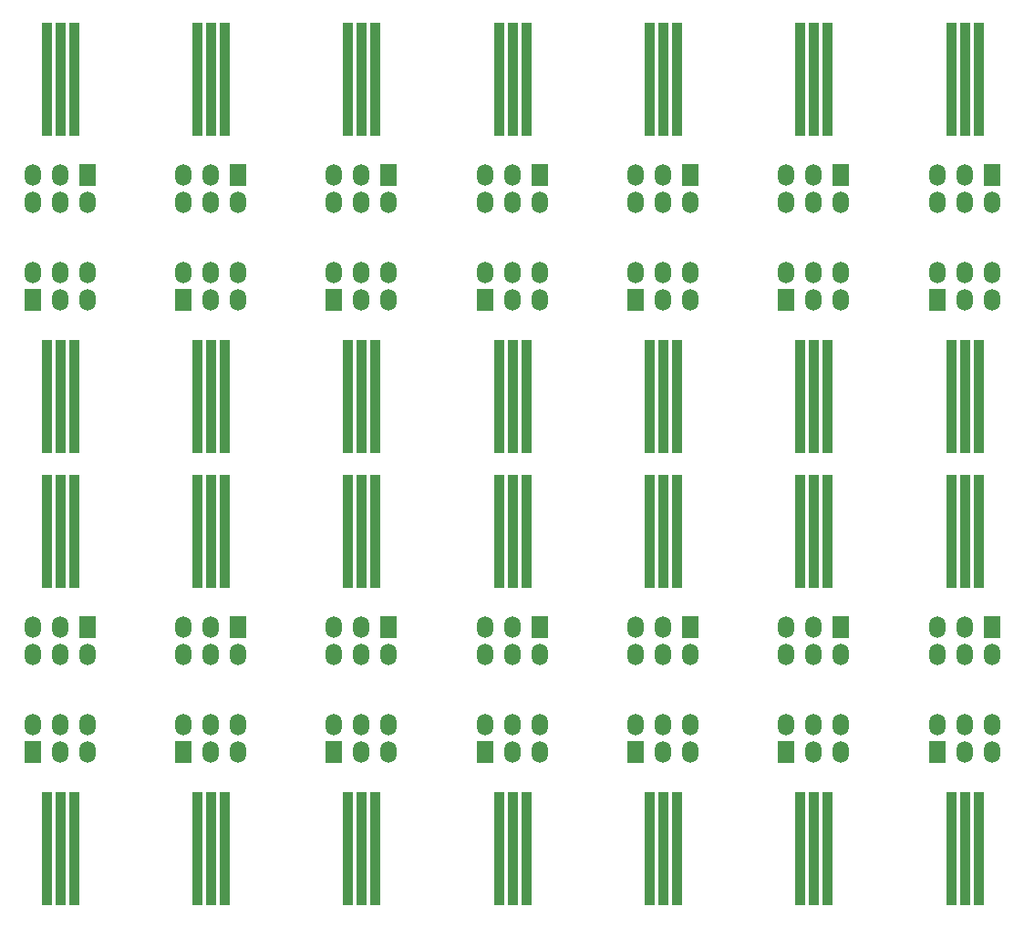
<source format=gbs>
G04 #@! TF.FileFunction,Soldermask,Bot*
%FSLAX46Y46*%
G04 Gerber Fmt 4.6, Leading zero omitted, Abs format (unit mm)*
G04 Created by KiCad (PCBNEW (2016-04-11 BZR 6687, Git f239aee)-product) date Tue 12 Apr 2016 02:23:05 PM CEST*
%MOMM*%
G01*
G04 APERTURE LIST*
%ADD10C,0.150000*%
%ADD11R,1.500000X2.000000*%
%ADD12O,1.500000X2.000000*%
%ADD13R,0.950000X1.000000*%
%ADD14C,0.100000*%
G04 APERTURE END LIST*
D10*
D11*
X54960001Y100230002D03*
D12*
X54960001Y102770002D03*
X57500001Y100230002D03*
X57500001Y102770002D03*
X60040001Y100230002D03*
X60040001Y102770002D03*
D13*
X56230001Y95995800D03*
X57500001Y95995800D03*
X58770001Y95995800D03*
X56230001Y53995800D03*
X57500001Y53995800D03*
X58770001Y53995800D03*
D11*
X54960001Y58230002D03*
D12*
X54960001Y60770002D03*
X57500001Y58230002D03*
X57500001Y60770002D03*
X60040001Y58230002D03*
X60040001Y60770002D03*
D11*
X60040000Y111770000D03*
D12*
X60040000Y109230000D03*
X57500000Y111770000D03*
X57500000Y109230000D03*
X54960000Y111770000D03*
X54960000Y109230000D03*
D13*
X58770000Y116004200D03*
X57500000Y116004200D03*
X56230000Y116004200D03*
X58770000Y74004200D03*
X57500000Y74004200D03*
X56230000Y74004200D03*
D11*
X60040000Y69770000D03*
D12*
X60040000Y67230000D03*
X57500000Y69770000D03*
X57500000Y67230000D03*
X54960000Y69770000D03*
X54960000Y67230000D03*
D11*
X82960001Y58230002D03*
D12*
X82960001Y60770002D03*
X85500001Y58230002D03*
X85500001Y60770002D03*
X88040001Y58230002D03*
X88040001Y60770002D03*
D11*
X68960001Y58230002D03*
D12*
X68960001Y60770002D03*
X71500001Y58230002D03*
X71500001Y60770002D03*
X74040001Y58230002D03*
X74040001Y60770002D03*
D13*
X84230001Y53995800D03*
X85500001Y53995800D03*
X86770001Y53995800D03*
X70230001Y53995800D03*
X71500001Y53995800D03*
X72770001Y53995800D03*
D11*
X68960001Y100230002D03*
D12*
X68960001Y102770002D03*
X71500001Y100230002D03*
X71500001Y102770002D03*
X74040001Y100230002D03*
X74040001Y102770002D03*
D11*
X74040000Y111770000D03*
D12*
X74040000Y109230000D03*
X71500000Y111770000D03*
X71500000Y109230000D03*
X68960000Y111770000D03*
X68960000Y109230000D03*
D13*
X86770000Y116004200D03*
X85500000Y116004200D03*
X84230000Y116004200D03*
D11*
X88040000Y111770000D03*
D12*
X88040000Y109230000D03*
X85500000Y111770000D03*
X85500000Y109230000D03*
X82960000Y111770000D03*
X82960000Y109230000D03*
D13*
X72770000Y116004200D03*
X71500000Y116004200D03*
X70230000Y116004200D03*
D11*
X88040000Y69770000D03*
D12*
X88040000Y67230000D03*
X85500000Y69770000D03*
X85500000Y67230000D03*
X82960000Y69770000D03*
X82960000Y67230000D03*
D13*
X72770000Y74004200D03*
X71500000Y74004200D03*
X70230000Y74004200D03*
X86770000Y74004200D03*
X85500000Y74004200D03*
X84230000Y74004200D03*
D11*
X74040000Y69770000D03*
D12*
X74040000Y67230000D03*
X71500000Y69770000D03*
X71500000Y67230000D03*
X68960000Y69770000D03*
X68960000Y67230000D03*
D11*
X82960001Y100230002D03*
D12*
X82960001Y102770002D03*
X85500001Y100230002D03*
X85500001Y102770002D03*
X88040001Y100230002D03*
X88040001Y102770002D03*
D13*
X84230001Y95995800D03*
X85500001Y95995800D03*
X86770001Y95995800D03*
X70230001Y95995800D03*
X71500001Y95995800D03*
X72770001Y95995800D03*
D11*
X116040000Y69770000D03*
D12*
X116040000Y67230000D03*
X113500000Y69770000D03*
X113500000Y67230000D03*
X110960000Y69770000D03*
X110960000Y67230000D03*
D13*
X114770000Y74004200D03*
X113500000Y74004200D03*
X112230000Y74004200D03*
D11*
X102040000Y69770000D03*
D12*
X102040000Y67230000D03*
X99500000Y69770000D03*
X99500000Y67230000D03*
X96960000Y69770000D03*
X96960000Y67230000D03*
D11*
X110960001Y58230002D03*
D12*
X110960001Y60770002D03*
X113500001Y58230002D03*
X113500001Y60770002D03*
X116040001Y58230002D03*
X116040001Y60770002D03*
D11*
X96960001Y58230002D03*
D12*
X96960001Y60770002D03*
X99500001Y58230002D03*
X99500001Y60770002D03*
X102040001Y58230002D03*
X102040001Y60770002D03*
D13*
X112230001Y53995800D03*
X113500001Y53995800D03*
X114770001Y53995800D03*
X98230001Y53995800D03*
X99500001Y53995800D03*
X100770001Y53995800D03*
X100770000Y74004200D03*
X99500000Y74004200D03*
X98230000Y74004200D03*
X114770000Y116004200D03*
X113500000Y116004200D03*
X112230000Y116004200D03*
D11*
X116040000Y111770000D03*
D12*
X116040000Y109230000D03*
X113500000Y111770000D03*
X113500000Y109230000D03*
X110960000Y111770000D03*
X110960000Y109230000D03*
D11*
X102040000Y111770000D03*
D12*
X102040000Y109230000D03*
X99500000Y111770000D03*
X99500000Y109230000D03*
X96960000Y111770000D03*
X96960000Y109230000D03*
D13*
X100770000Y116004200D03*
X99500000Y116004200D03*
X98230000Y116004200D03*
D11*
X110960001Y100230002D03*
D12*
X110960001Y102770002D03*
X113500001Y100230002D03*
X113500001Y102770002D03*
X116040001Y100230002D03*
X116040001Y102770002D03*
D13*
X112230001Y95995800D03*
X113500001Y95995800D03*
X114770001Y95995800D03*
D11*
X96960001Y100230002D03*
D12*
X96960001Y102770002D03*
X99500001Y100230002D03*
X99500001Y102770002D03*
X102040001Y100230002D03*
X102040001Y102770002D03*
D13*
X98230001Y95995800D03*
X99500001Y95995800D03*
X100770001Y95995800D03*
D11*
X40960001Y58230002D03*
D12*
X40960001Y60770002D03*
X43500001Y58230002D03*
X43500001Y60770002D03*
X46040001Y58230002D03*
X46040001Y60770002D03*
D13*
X42230001Y53995800D03*
X43500001Y53995800D03*
X44770001Y53995800D03*
D11*
X46040000Y69770000D03*
D12*
X46040000Y67230000D03*
X43500000Y69770000D03*
X43500000Y67230000D03*
X40960000Y69770000D03*
X40960000Y67230000D03*
D13*
X42230001Y95995800D03*
X43500001Y95995800D03*
X44770001Y95995800D03*
X44770000Y74004200D03*
X43500000Y74004200D03*
X42230000Y74004200D03*
D11*
X40960001Y100230002D03*
D12*
X40960001Y102770002D03*
X43500001Y100230002D03*
X43500001Y102770002D03*
X46040001Y100230002D03*
X46040001Y102770002D03*
D11*
X46040000Y111770000D03*
D12*
X46040000Y109230000D03*
X43500000Y111770000D03*
X43500000Y109230000D03*
X40960000Y111770000D03*
X40960000Y109230000D03*
D13*
X44770000Y116004200D03*
X43500000Y116004200D03*
X42230000Y116004200D03*
D11*
X32040000Y69770000D03*
D12*
X32040000Y67230000D03*
X29500000Y69770000D03*
X29500000Y67230000D03*
X26960000Y69770000D03*
X26960000Y67230000D03*
D13*
X30770000Y74004200D03*
X29500000Y74004200D03*
X28230000Y74004200D03*
D11*
X26960001Y58230002D03*
D12*
X26960001Y60770002D03*
X29500001Y58230002D03*
X29500001Y60770002D03*
X32040001Y58230002D03*
X32040001Y60770002D03*
D13*
X28230001Y53995800D03*
X29500001Y53995800D03*
X30770001Y53995800D03*
X30770000Y116004200D03*
X29500000Y116004200D03*
X28230000Y116004200D03*
D11*
X32040000Y111770000D03*
D12*
X32040000Y109230000D03*
X29500000Y111770000D03*
X29500000Y109230000D03*
X26960000Y111770000D03*
X26960000Y109230000D03*
D11*
X26960001Y100230002D03*
D12*
X26960001Y102770002D03*
X29500001Y100230002D03*
X29500001Y102770002D03*
X32040001Y100230002D03*
X32040001Y102770002D03*
D13*
X28230001Y95995800D03*
X29500001Y95995800D03*
X30770001Y95995800D03*
D14*
G36*
X31200000Y86050000D02*
X30340000Y86050000D01*
X30339998Y96449999D01*
X31200001Y96450000D01*
X31200000Y86050000D01*
X31200000Y86050000D01*
G37*
X31200000Y86050000D02*
X30340000Y86050000D01*
X30339998Y96449999D01*
X31200001Y96450000D01*
X31200000Y86050000D01*
G36*
X28660001Y86049999D02*
X27799999Y86049999D01*
X27800001Y96449999D01*
X28659998Y96450001D01*
X28660001Y86049999D01*
X28660001Y86049999D01*
G37*
X28660001Y86049999D02*
X27799999Y86049999D01*
X27800001Y96449999D01*
X28659998Y96450001D01*
X28660001Y86049999D01*
G36*
X29930000Y96449998D02*
X29930001Y86050001D01*
X29069996Y86050001D01*
X29070001Y96450000D01*
X29930000Y96449998D01*
X29930000Y96449998D01*
G37*
X29930000Y96449998D02*
X29930001Y86050001D01*
X29069996Y86050001D01*
X29070001Y96450000D01*
X29930000Y96449998D01*
G36*
X28660000Y115550000D02*
X27800000Y115550000D01*
X27800000Y125950000D01*
X28660000Y125950000D01*
X28660000Y115550000D01*
X28660000Y115550000D01*
G37*
X28660000Y115550000D02*
X27800000Y115550000D01*
X27800000Y125950000D01*
X28660000Y125950000D01*
X28660000Y115550000D01*
G36*
X31200000Y115550000D02*
X30340000Y115550000D01*
X30340000Y125950000D01*
X31200000Y125950000D01*
X31200000Y115550000D01*
X31200000Y115550000D01*
G37*
X31200000Y115550000D02*
X30340000Y115550000D01*
X30340000Y125950000D01*
X31200000Y125950000D01*
X31200000Y115550000D01*
G36*
X29930000Y115550000D02*
X29070000Y115550000D01*
X29070000Y125950000D01*
X29930000Y125950000D01*
X29930000Y115550000D01*
X29930000Y115550000D01*
G37*
X29930000Y115550000D02*
X29070000Y115550000D01*
X29070000Y125950000D01*
X29930000Y125950000D01*
X29930000Y115550000D01*
G36*
X28660000Y73550000D02*
X27800000Y73550000D01*
X27800000Y83950000D01*
X28660000Y83950000D01*
X28660000Y73550000D01*
X28660000Y73550000D01*
G37*
X28660000Y73550000D02*
X27800000Y73550000D01*
X27800000Y83950000D01*
X28660000Y83950000D01*
X28660000Y73550000D01*
G36*
X31200000Y73550000D02*
X30340000Y73550000D01*
X30340000Y83950000D01*
X31200000Y83950000D01*
X31200000Y73550000D01*
X31200000Y73550000D01*
G37*
X31200000Y73550000D02*
X30340000Y73550000D01*
X30340000Y83950000D01*
X31200000Y83950000D01*
X31200000Y73550000D01*
G36*
X29930000Y73550000D02*
X29070000Y73550000D01*
X29070000Y83950000D01*
X29930000Y83950000D01*
X29930000Y73550000D01*
X29930000Y73550000D01*
G37*
X29930000Y73550000D02*
X29070000Y73550000D01*
X29070000Y83950000D01*
X29930000Y83950000D01*
X29930000Y73550000D01*
G36*
X31200000Y44050000D02*
X30340000Y44050000D01*
X30339998Y54449999D01*
X31200001Y54450000D01*
X31200000Y44050000D01*
X31200000Y44050000D01*
G37*
X31200000Y44050000D02*
X30340000Y44050000D01*
X30339998Y54449999D01*
X31200001Y54450000D01*
X31200000Y44050000D01*
G36*
X29930000Y54449998D02*
X29930001Y44050001D01*
X29069996Y44050001D01*
X29070001Y54450000D01*
X29930000Y54449998D01*
X29930000Y54449998D01*
G37*
X29930000Y54449998D02*
X29930001Y44050001D01*
X29069996Y44050001D01*
X29070001Y54450000D01*
X29930000Y54449998D01*
G36*
X28660001Y44049999D02*
X27799999Y44049999D01*
X27800001Y54449999D01*
X28659998Y54450001D01*
X28660001Y44049999D01*
X28660001Y44049999D01*
G37*
X28660001Y44049999D02*
X27799999Y44049999D01*
X27800001Y54449999D01*
X28659998Y54450001D01*
X28660001Y44049999D01*
G36*
X43930000Y73550000D02*
X43070000Y73550000D01*
X43070000Y83950000D01*
X43930000Y83950000D01*
X43930000Y73550000D01*
X43930000Y73550000D01*
G37*
X43930000Y73550000D02*
X43070000Y73550000D01*
X43070000Y83950000D01*
X43930000Y83950000D01*
X43930000Y73550000D01*
G36*
X42660000Y73550000D02*
X41800000Y73550000D01*
X41800000Y83950000D01*
X42660000Y83950000D01*
X42660000Y73550000D01*
X42660000Y73550000D01*
G37*
X42660000Y73550000D02*
X41800000Y73550000D01*
X41800000Y83950000D01*
X42660000Y83950000D01*
X42660000Y73550000D01*
G36*
X45200000Y73550000D02*
X44340000Y73550000D01*
X44340000Y83950000D01*
X45200000Y83950000D01*
X45200000Y73550000D01*
X45200000Y73550000D01*
G37*
X45200000Y73550000D02*
X44340000Y73550000D01*
X44340000Y83950000D01*
X45200000Y83950000D01*
X45200000Y73550000D01*
G36*
X45200000Y44050000D02*
X44340000Y44050000D01*
X44339998Y54449999D01*
X45200001Y54450000D01*
X45200000Y44050000D01*
X45200000Y44050000D01*
G37*
X45200000Y44050000D02*
X44340000Y44050000D01*
X44339998Y54449999D01*
X45200001Y54450000D01*
X45200000Y44050000D01*
G36*
X42660001Y44049999D02*
X41799999Y44049999D01*
X41800001Y54449999D01*
X42659998Y54450001D01*
X42660001Y44049999D01*
X42660001Y44049999D01*
G37*
X42660001Y44049999D02*
X41799999Y44049999D01*
X41800001Y54449999D01*
X42659998Y54450001D01*
X42660001Y44049999D01*
G36*
X43930000Y54449998D02*
X43930001Y44050001D01*
X43069996Y44050001D01*
X43070001Y54450000D01*
X43930000Y54449998D01*
X43930000Y54449998D01*
G37*
X43930000Y54449998D02*
X43930001Y44050001D01*
X43069996Y44050001D01*
X43070001Y54450000D01*
X43930000Y54449998D01*
G36*
X42660001Y86049999D02*
X41799999Y86049999D01*
X41800001Y96449999D01*
X42659998Y96450001D01*
X42660001Y86049999D01*
X42660001Y86049999D01*
G37*
X42660001Y86049999D02*
X41799999Y86049999D01*
X41800001Y96449999D01*
X42659998Y96450001D01*
X42660001Y86049999D01*
G36*
X45200000Y86050000D02*
X44340000Y86050000D01*
X44339998Y96449999D01*
X45200001Y96450000D01*
X45200000Y86050000D01*
X45200000Y86050000D01*
G37*
X45200000Y86050000D02*
X44340000Y86050000D01*
X44339998Y96449999D01*
X45200001Y96450000D01*
X45200000Y86050000D01*
G36*
X43930000Y96449998D02*
X43930001Y86050001D01*
X43069996Y86050001D01*
X43070001Y96450000D01*
X43930000Y96449998D01*
X43930000Y96449998D01*
G37*
X43930000Y96449998D02*
X43930001Y86050001D01*
X43069996Y86050001D01*
X43070001Y96450000D01*
X43930000Y96449998D01*
G36*
X43930000Y115550000D02*
X43070000Y115550000D01*
X43070000Y125950000D01*
X43930000Y125950000D01*
X43930000Y115550000D01*
X43930000Y115550000D01*
G37*
X43930000Y115550000D02*
X43070000Y115550000D01*
X43070000Y125950000D01*
X43930000Y125950000D01*
X43930000Y115550000D01*
G36*
X42660000Y115550000D02*
X41800000Y115550000D01*
X41800000Y125950000D01*
X42660000Y125950000D01*
X42660000Y115550000D01*
X42660000Y115550000D01*
G37*
X42660000Y115550000D02*
X41800000Y115550000D01*
X41800000Y125950000D01*
X42660000Y125950000D01*
X42660000Y115550000D01*
G36*
X45200000Y115550000D02*
X44340000Y115550000D01*
X44340000Y125950000D01*
X45200000Y125950000D01*
X45200000Y115550000D01*
X45200000Y115550000D01*
G37*
X45200000Y115550000D02*
X44340000Y115550000D01*
X44340000Y125950000D01*
X45200000Y125950000D01*
X45200000Y115550000D01*
G36*
X99930000Y96449998D02*
X99930001Y86050001D01*
X99069996Y86050001D01*
X99070001Y96450000D01*
X99930000Y96449998D01*
X99930000Y96449998D01*
G37*
X99930000Y96449998D02*
X99930001Y86050001D01*
X99069996Y86050001D01*
X99070001Y96450000D01*
X99930000Y96449998D01*
G36*
X98660001Y86049999D02*
X97799999Y86049999D01*
X97800001Y96449999D01*
X98659998Y96450001D01*
X98660001Y86049999D01*
X98660001Y86049999D01*
G37*
X98660001Y86049999D02*
X97799999Y86049999D01*
X97800001Y96449999D01*
X98659998Y96450001D01*
X98660001Y86049999D01*
G36*
X99930000Y73550000D02*
X99070000Y73550000D01*
X99070000Y83950000D01*
X99930000Y83950000D01*
X99930000Y73550000D01*
X99930000Y73550000D01*
G37*
X99930000Y73550000D02*
X99070000Y73550000D01*
X99070000Y83950000D01*
X99930000Y83950000D01*
X99930000Y73550000D01*
G36*
X98660000Y73550000D02*
X97800000Y73550000D01*
X97800000Y83950000D01*
X98660000Y83950000D01*
X98660000Y73550000D01*
X98660000Y73550000D01*
G37*
X98660000Y73550000D02*
X97800000Y73550000D01*
X97800000Y83950000D01*
X98660000Y83950000D01*
X98660000Y73550000D01*
G36*
X101200000Y73550000D02*
X100340000Y73550000D01*
X100340000Y83950000D01*
X101200000Y83950000D01*
X101200000Y73550000D01*
X101200000Y73550000D01*
G37*
X101200000Y73550000D02*
X100340000Y73550000D01*
X100340000Y83950000D01*
X101200000Y83950000D01*
X101200000Y73550000D01*
G36*
X115200000Y73550000D02*
X114340000Y73550000D01*
X114340000Y83950000D01*
X115200000Y83950000D01*
X115200000Y73550000D01*
X115200000Y73550000D01*
G37*
X115200000Y73550000D02*
X114340000Y73550000D01*
X114340000Y83950000D01*
X115200000Y83950000D01*
X115200000Y73550000D01*
G36*
X113930000Y73550000D02*
X113070000Y73550000D01*
X113070000Y83950000D01*
X113930000Y83950000D01*
X113930000Y73550000D01*
X113930000Y73550000D01*
G37*
X113930000Y73550000D02*
X113070000Y73550000D01*
X113070000Y83950000D01*
X113930000Y83950000D01*
X113930000Y73550000D01*
G36*
X112660000Y73550000D02*
X111800000Y73550000D01*
X111800000Y83950000D01*
X112660000Y83950000D01*
X112660000Y73550000D01*
X112660000Y73550000D01*
G37*
X112660000Y73550000D02*
X111800000Y73550000D01*
X111800000Y83950000D01*
X112660000Y83950000D01*
X112660000Y73550000D01*
G36*
X101200000Y86050000D02*
X100340000Y86050000D01*
X100339998Y96449999D01*
X101200001Y96450000D01*
X101200000Y86050000D01*
X101200000Y86050000D01*
G37*
X101200000Y86050000D02*
X100340000Y86050000D01*
X100339998Y96449999D01*
X101200001Y96450000D01*
X101200000Y86050000D01*
G36*
X112660001Y86049999D02*
X111799999Y86049999D01*
X111800001Y96449999D01*
X112659998Y96450001D01*
X112660001Y86049999D01*
X112660001Y86049999D01*
G37*
X112660001Y86049999D02*
X111799999Y86049999D01*
X111800001Y96449999D01*
X112659998Y96450001D01*
X112660001Y86049999D01*
G36*
X113930000Y96449998D02*
X113930001Y86050001D01*
X113069996Y86050001D01*
X113070001Y96450000D01*
X113930000Y96449998D01*
X113930000Y96449998D01*
G37*
X113930000Y96449998D02*
X113930001Y86050001D01*
X113069996Y86050001D01*
X113070001Y96450000D01*
X113930000Y96449998D01*
G36*
X115200000Y86050000D02*
X114340000Y86050000D01*
X114339998Y96449999D01*
X115200001Y96450000D01*
X115200000Y86050000D01*
X115200000Y86050000D01*
G37*
X115200000Y86050000D02*
X114340000Y86050000D01*
X114339998Y96449999D01*
X115200001Y96450000D01*
X115200000Y86050000D01*
G36*
X99930000Y115550000D02*
X99070000Y115550000D01*
X99070000Y125950000D01*
X99930000Y125950000D01*
X99930000Y115550000D01*
X99930000Y115550000D01*
G37*
X99930000Y115550000D02*
X99070000Y115550000D01*
X99070000Y125950000D01*
X99930000Y125950000D01*
X99930000Y115550000D01*
G36*
X98660000Y115550000D02*
X97800000Y115550000D01*
X97800000Y125950000D01*
X98660000Y125950000D01*
X98660000Y115550000D01*
X98660000Y115550000D01*
G37*
X98660000Y115550000D02*
X97800000Y115550000D01*
X97800000Y125950000D01*
X98660000Y125950000D01*
X98660000Y115550000D01*
G36*
X101200000Y115550000D02*
X100340000Y115550000D01*
X100340000Y125950000D01*
X101200000Y125950000D01*
X101200000Y115550000D01*
X101200000Y115550000D01*
G37*
X101200000Y115550000D02*
X100340000Y115550000D01*
X100340000Y125950000D01*
X101200000Y125950000D01*
X101200000Y115550000D01*
G36*
X113930000Y115550000D02*
X113070000Y115550000D01*
X113070000Y125950000D01*
X113930000Y125950000D01*
X113930000Y115550000D01*
X113930000Y115550000D01*
G37*
X113930000Y115550000D02*
X113070000Y115550000D01*
X113070000Y125950000D01*
X113930000Y125950000D01*
X113930000Y115550000D01*
G36*
X112660000Y115550000D02*
X111800000Y115550000D01*
X111800000Y125950000D01*
X112660000Y125950000D01*
X112660000Y115550000D01*
X112660000Y115550000D01*
G37*
X112660000Y115550000D02*
X111800000Y115550000D01*
X111800000Y125950000D01*
X112660000Y125950000D01*
X112660000Y115550000D01*
G36*
X115200000Y115550000D02*
X114340000Y115550000D01*
X114340000Y125950000D01*
X115200000Y125950000D01*
X115200000Y115550000D01*
X115200000Y115550000D01*
G37*
X115200000Y115550000D02*
X114340000Y115550000D01*
X114340000Y125950000D01*
X115200000Y125950000D01*
X115200000Y115550000D01*
G36*
X101200000Y44050000D02*
X100340000Y44050000D01*
X100339998Y54449999D01*
X101200001Y54450000D01*
X101200000Y44050000D01*
X101200000Y44050000D01*
G37*
X101200000Y44050000D02*
X100340000Y44050000D01*
X100339998Y54449999D01*
X101200001Y54450000D01*
X101200000Y44050000D01*
G36*
X99930000Y54449998D02*
X99930001Y44050001D01*
X99069996Y44050001D01*
X99070001Y54450000D01*
X99930000Y54449998D01*
X99930000Y54449998D01*
G37*
X99930000Y54449998D02*
X99930001Y44050001D01*
X99069996Y44050001D01*
X99070001Y54450000D01*
X99930000Y54449998D01*
G36*
X98660001Y44049999D02*
X97799999Y44049999D01*
X97800001Y54449999D01*
X98659998Y54450001D01*
X98660001Y44049999D01*
X98660001Y44049999D01*
G37*
X98660001Y44049999D02*
X97799999Y44049999D01*
X97800001Y54449999D01*
X98659998Y54450001D01*
X98660001Y44049999D01*
G36*
X113930000Y54449998D02*
X113930001Y44050001D01*
X113069996Y44050001D01*
X113070001Y54450000D01*
X113930000Y54449998D01*
X113930000Y54449998D01*
G37*
X113930000Y54449998D02*
X113930001Y44050001D01*
X113069996Y44050001D01*
X113070001Y54450000D01*
X113930000Y54449998D01*
G36*
X112660001Y44049999D02*
X111799999Y44049999D01*
X111800001Y54449999D01*
X112659998Y54450001D01*
X112660001Y44049999D01*
X112660001Y44049999D01*
G37*
X112660001Y44049999D02*
X111799999Y44049999D01*
X111800001Y54449999D01*
X112659998Y54450001D01*
X112660001Y44049999D01*
G36*
X115200000Y44050000D02*
X114340000Y44050000D01*
X114339998Y54449999D01*
X115200001Y54450000D01*
X115200000Y44050000D01*
X115200000Y44050000D01*
G37*
X115200000Y44050000D02*
X114340000Y44050000D01*
X114339998Y54449999D01*
X115200001Y54450000D01*
X115200000Y44050000D01*
G36*
X85930000Y96449998D02*
X85930001Y86050001D01*
X85069996Y86050001D01*
X85070001Y96450000D01*
X85930000Y96449998D01*
X85930000Y96449998D01*
G37*
X85930000Y96449998D02*
X85930001Y86050001D01*
X85069996Y86050001D01*
X85070001Y96450000D01*
X85930000Y96449998D01*
G36*
X84660001Y86049999D02*
X83799999Y86049999D01*
X83800001Y96449999D01*
X84659998Y96450001D01*
X84660001Y86049999D01*
X84660001Y86049999D01*
G37*
X84660001Y86049999D02*
X83799999Y86049999D01*
X83800001Y96449999D01*
X84659998Y96450001D01*
X84660001Y86049999D01*
G36*
X71930000Y96449998D02*
X71930001Y86050001D01*
X71069996Y86050001D01*
X71070001Y96450000D01*
X71930000Y96449998D01*
X71930000Y96449998D01*
G37*
X71930000Y96449998D02*
X71930001Y86050001D01*
X71069996Y86050001D01*
X71070001Y96450000D01*
X71930000Y96449998D01*
G36*
X70660001Y86049999D02*
X69799999Y86049999D01*
X69800001Y96449999D01*
X70659998Y96450001D01*
X70660001Y86049999D01*
X70660001Y86049999D01*
G37*
X70660001Y86049999D02*
X69799999Y86049999D01*
X69800001Y96449999D01*
X70659998Y96450001D01*
X70660001Y86049999D01*
G36*
X73200000Y86050000D02*
X72340000Y86050000D01*
X72339998Y96449999D01*
X73200001Y96450000D01*
X73200000Y86050000D01*
X73200000Y86050000D01*
G37*
X73200000Y86050000D02*
X72340000Y86050000D01*
X72339998Y96449999D01*
X73200001Y96450000D01*
X73200000Y86050000D01*
G36*
X87200000Y86050000D02*
X86340000Y86050000D01*
X86339998Y96449999D01*
X87200001Y96450000D01*
X87200000Y86050000D01*
X87200000Y86050000D01*
G37*
X87200000Y86050000D02*
X86340000Y86050000D01*
X86339998Y96449999D01*
X87200001Y96450000D01*
X87200000Y86050000D01*
G36*
X70660000Y115550000D02*
X69800000Y115550000D01*
X69800000Y125950000D01*
X70660000Y125950000D01*
X70660000Y115550000D01*
X70660000Y115550000D01*
G37*
X70660000Y115550000D02*
X69800000Y115550000D01*
X69800000Y125950000D01*
X70660000Y125950000D01*
X70660000Y115550000D01*
G36*
X71930000Y115550000D02*
X71070000Y115550000D01*
X71070000Y125950000D01*
X71930000Y125950000D01*
X71930000Y115550000D01*
X71930000Y115550000D01*
G37*
X71930000Y115550000D02*
X71070000Y115550000D01*
X71070000Y125950000D01*
X71930000Y125950000D01*
X71930000Y115550000D01*
G36*
X73200000Y115550000D02*
X72340000Y115550000D01*
X72340000Y125950000D01*
X73200000Y125950000D01*
X73200000Y115550000D01*
X73200000Y115550000D01*
G37*
X73200000Y115550000D02*
X72340000Y115550000D01*
X72340000Y125950000D01*
X73200000Y125950000D01*
X73200000Y115550000D01*
G36*
X84660000Y115550000D02*
X83800000Y115550000D01*
X83800000Y125950000D01*
X84660000Y125950000D01*
X84660000Y115550000D01*
X84660000Y115550000D01*
G37*
X84660000Y115550000D02*
X83800000Y115550000D01*
X83800000Y125950000D01*
X84660000Y125950000D01*
X84660000Y115550000D01*
G36*
X85930000Y115550000D02*
X85070000Y115550000D01*
X85070000Y125950000D01*
X85930000Y125950000D01*
X85930000Y115550000D01*
X85930000Y115550000D01*
G37*
X85930000Y115550000D02*
X85070000Y115550000D01*
X85070000Y125950000D01*
X85930000Y125950000D01*
X85930000Y115550000D01*
G36*
X87200000Y115550000D02*
X86340000Y115550000D01*
X86340000Y125950000D01*
X87200000Y125950000D01*
X87200000Y115550000D01*
X87200000Y115550000D01*
G37*
X87200000Y115550000D02*
X86340000Y115550000D01*
X86340000Y125950000D01*
X87200000Y125950000D01*
X87200000Y115550000D01*
G36*
X71930000Y73550000D02*
X71070000Y73550000D01*
X71070000Y83950000D01*
X71930000Y83950000D01*
X71930000Y73550000D01*
X71930000Y73550000D01*
G37*
X71930000Y73550000D02*
X71070000Y73550000D01*
X71070000Y83950000D01*
X71930000Y83950000D01*
X71930000Y73550000D01*
G36*
X70660000Y73550000D02*
X69800000Y73550000D01*
X69800000Y83950000D01*
X70660000Y83950000D01*
X70660000Y73550000D01*
X70660000Y73550000D01*
G37*
X70660000Y73550000D02*
X69800000Y73550000D01*
X69800000Y83950000D01*
X70660000Y83950000D01*
X70660000Y73550000D01*
G36*
X73200000Y73550000D02*
X72340000Y73550000D01*
X72340000Y83950000D01*
X73200000Y83950000D01*
X73200000Y73550000D01*
X73200000Y73550000D01*
G37*
X73200000Y73550000D02*
X72340000Y73550000D01*
X72340000Y83950000D01*
X73200000Y83950000D01*
X73200000Y73550000D01*
G36*
X87200000Y73550000D02*
X86340000Y73550000D01*
X86340000Y83950000D01*
X87200000Y83950000D01*
X87200000Y73550000D01*
X87200000Y73550000D01*
G37*
X87200000Y73550000D02*
X86340000Y73550000D01*
X86340000Y83950000D01*
X87200000Y83950000D01*
X87200000Y73550000D01*
G36*
X85930000Y73550000D02*
X85070000Y73550000D01*
X85070000Y83950000D01*
X85930000Y83950000D01*
X85930000Y73550000D01*
X85930000Y73550000D01*
G37*
X85930000Y73550000D02*
X85070000Y73550000D01*
X85070000Y83950000D01*
X85930000Y83950000D01*
X85930000Y73550000D01*
G36*
X84660000Y73550000D02*
X83800000Y73550000D01*
X83800000Y83950000D01*
X84660000Y83950000D01*
X84660000Y73550000D01*
X84660000Y73550000D01*
G37*
X84660000Y73550000D02*
X83800000Y73550000D01*
X83800000Y83950000D01*
X84660000Y83950000D01*
X84660000Y73550000D01*
G36*
X73200000Y44050000D02*
X72340000Y44050000D01*
X72339998Y54449999D01*
X73200001Y54450000D01*
X73200000Y44050000D01*
X73200000Y44050000D01*
G37*
X73200000Y44050000D02*
X72340000Y44050000D01*
X72339998Y54449999D01*
X73200001Y54450000D01*
X73200000Y44050000D01*
G36*
X71930000Y54449998D02*
X71930001Y44050001D01*
X71069996Y44050001D01*
X71070001Y54450000D01*
X71930000Y54449998D01*
X71930000Y54449998D01*
G37*
X71930000Y54449998D02*
X71930001Y44050001D01*
X71069996Y44050001D01*
X71070001Y54450000D01*
X71930000Y54449998D01*
G36*
X70660001Y44049999D02*
X69799999Y44049999D01*
X69800001Y54449999D01*
X70659998Y54450001D01*
X70660001Y44049999D01*
X70660001Y44049999D01*
G37*
X70660001Y44049999D02*
X69799999Y44049999D01*
X69800001Y54449999D01*
X70659998Y54450001D01*
X70660001Y44049999D01*
G36*
X84660001Y44049999D02*
X83799999Y44049999D01*
X83800001Y54449999D01*
X84659998Y54450001D01*
X84660001Y44049999D01*
X84660001Y44049999D01*
G37*
X84660001Y44049999D02*
X83799999Y44049999D01*
X83800001Y54449999D01*
X84659998Y54450001D01*
X84660001Y44049999D01*
G36*
X85930000Y54449998D02*
X85930001Y44050001D01*
X85069996Y44050001D01*
X85070001Y54450000D01*
X85930000Y54449998D01*
X85930000Y54449998D01*
G37*
X85930000Y54449998D02*
X85930001Y44050001D01*
X85069996Y44050001D01*
X85070001Y54450000D01*
X85930000Y54449998D01*
G36*
X87200000Y44050000D02*
X86340000Y44050000D01*
X86339998Y54449999D01*
X87200001Y54450000D01*
X87200000Y44050000D01*
X87200000Y44050000D01*
G37*
X87200000Y44050000D02*
X86340000Y44050000D01*
X86339998Y54449999D01*
X87200001Y54450000D01*
X87200000Y44050000D01*
G36*
X59200000Y86050000D02*
X58340000Y86050000D01*
X58339998Y96449999D01*
X59200001Y96450000D01*
X59200000Y86050000D01*
X59200000Y86050000D01*
G37*
X59200000Y86050000D02*
X58340000Y86050000D01*
X58339998Y96449999D01*
X59200001Y96450000D01*
X59200000Y86050000D01*
G36*
X57930000Y96449998D02*
X57930001Y86050001D01*
X57069996Y86050001D01*
X57070001Y96450000D01*
X57930000Y96449998D01*
X57930000Y96449998D01*
G37*
X57930000Y96449998D02*
X57930001Y86050001D01*
X57069996Y86050001D01*
X57070001Y96450000D01*
X57930000Y96449998D01*
G36*
X56660001Y86049999D02*
X55799999Y86049999D01*
X55800001Y96449999D01*
X56659998Y96450001D01*
X56660001Y86049999D01*
X56660001Y86049999D01*
G37*
X56660001Y86049999D02*
X55799999Y86049999D01*
X55800001Y96449999D01*
X56659998Y96450001D01*
X56660001Y86049999D01*
G36*
X56660000Y115550000D02*
X55800000Y115550000D01*
X55800000Y125950000D01*
X56660000Y125950000D01*
X56660000Y115550000D01*
X56660000Y115550000D01*
G37*
X56660000Y115550000D02*
X55800000Y115550000D01*
X55800000Y125950000D01*
X56660000Y125950000D01*
X56660000Y115550000D01*
G36*
X59200000Y115550000D02*
X58340000Y115550000D01*
X58340000Y125950000D01*
X59200000Y125950000D01*
X59200000Y115550000D01*
X59200000Y115550000D01*
G37*
X59200000Y115550000D02*
X58340000Y115550000D01*
X58340000Y125950000D01*
X59200000Y125950000D01*
X59200000Y115550000D01*
G36*
X57930000Y115550000D02*
X57070000Y115550000D01*
X57070000Y125950000D01*
X57930000Y125950000D01*
X57930000Y115550000D01*
X57930000Y115550000D01*
G37*
X57930000Y115550000D02*
X57070000Y115550000D01*
X57070000Y125950000D01*
X57930000Y125950000D01*
X57930000Y115550000D01*
G36*
X57930000Y73550000D02*
X57070000Y73550000D01*
X57070000Y83950000D01*
X57930000Y83950000D01*
X57930000Y73550000D01*
X57930000Y73550000D01*
G37*
X57930000Y73550000D02*
X57070000Y73550000D01*
X57070000Y83950000D01*
X57930000Y83950000D01*
X57930000Y73550000D01*
G36*
X59200000Y73550000D02*
X58340000Y73550000D01*
X58340000Y83950000D01*
X59200000Y83950000D01*
X59200000Y73550000D01*
X59200000Y73550000D01*
G37*
X59200000Y73550000D02*
X58340000Y73550000D01*
X58340000Y83950000D01*
X59200000Y83950000D01*
X59200000Y73550000D01*
G36*
X56660000Y73550000D02*
X55800000Y73550000D01*
X55800000Y83950000D01*
X56660000Y83950000D01*
X56660000Y73550000D01*
X56660000Y73550000D01*
G37*
X56660000Y73550000D02*
X55800000Y73550000D01*
X55800000Y83950000D01*
X56660000Y83950000D01*
X56660000Y73550000D01*
G36*
X56660001Y44049999D02*
X55799999Y44049999D01*
X55800001Y54449999D01*
X56659998Y54450001D01*
X56660001Y44049999D01*
X56660001Y44049999D01*
G37*
X56660001Y44049999D02*
X55799999Y44049999D01*
X55800001Y54449999D01*
X56659998Y54450001D01*
X56660001Y44049999D01*
G36*
X59200000Y44050000D02*
X58340000Y44050000D01*
X58339998Y54449999D01*
X59200001Y54450000D01*
X59200000Y44050000D01*
X59200000Y44050000D01*
G37*
X59200000Y44050000D02*
X58340000Y44050000D01*
X58339998Y54449999D01*
X59200001Y54450000D01*
X59200000Y44050000D01*
G36*
X57930000Y54449998D02*
X57930001Y44050001D01*
X57069996Y44050001D01*
X57070001Y54450000D01*
X57930000Y54449998D01*
X57930000Y54449998D01*
G37*
X57930000Y54449998D02*
X57930001Y44050001D01*
X57069996Y44050001D01*
X57070001Y54450000D01*
X57930000Y54449998D01*
M02*

</source>
